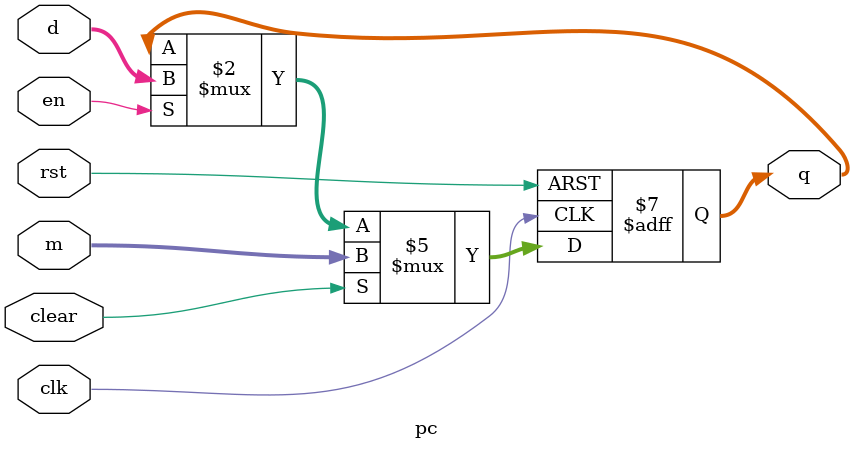
<source format=v>
`timescale 1ns / 1ps


module pc #(parameter WIDTH = 8)(
	input wire clk,rst,en,clear,
	input wire[WIDTH-1:0] d,
	input wire[WIDTH-1:0] m,
	output reg[WIDTH-1:0] q
    );
	always @(posedge clk,posedge rst) begin
		if(rst) begin
			q <= 32'hbfc00000;
		end else if(clear)begin
		  q <= m;
		end 
		else if(en) begin
			/* code */
			q <= d;
		end
	end
endmodule
</source>
